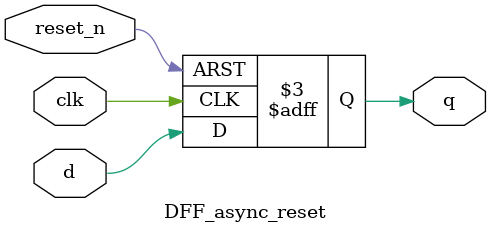
<source format=v>
module DFF_async_reset (
    input wire  clk, 
    input wire  reset_n,
    input wire  d,
    output reg  q
); 

    always @(posedge clk or negedge reset_n) begin
        if (!reset_n) 
            q <= 0; 
        else          
            q <= d; 
    end
endmodule

</source>
